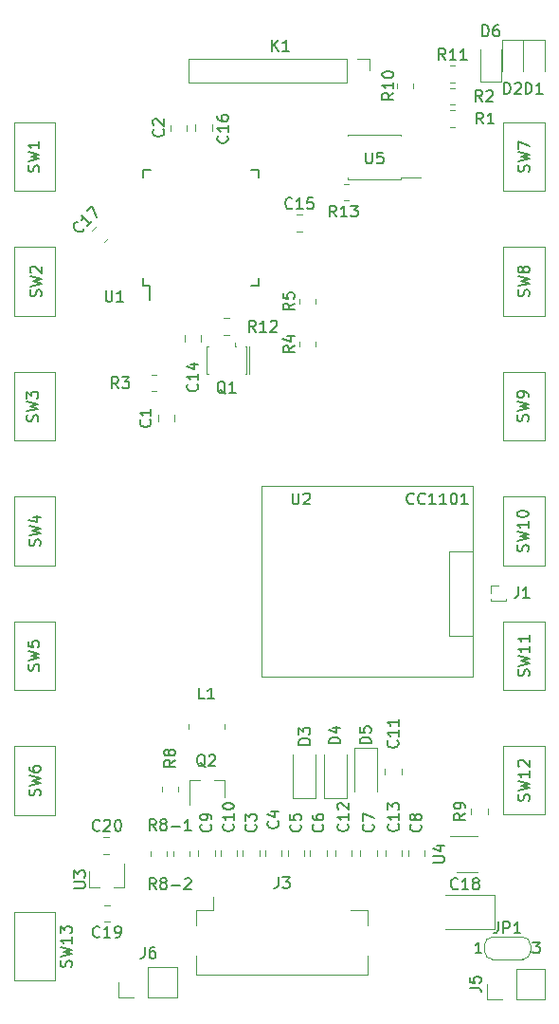
<source format=gbr>
%TF.GenerationSoftware,KiCad,Pcbnew,(5.1.9)-1*%
%TF.CreationDate,2021-02-20T13:35:58+01:00*%
%TF.ProjectId,HB-RC-12-EP-2,48422d52-432d-4313-922d-45502d322e6b,rev?*%
%TF.SameCoordinates,Original*%
%TF.FileFunction,Legend,Top*%
%TF.FilePolarity,Positive*%
%FSLAX46Y46*%
G04 Gerber Fmt 4.6, Leading zero omitted, Abs format (unit mm)*
G04 Created by KiCad (PCBNEW (5.1.9)-1) date 2021-02-20 13:35:58*
%MOMM*%
%LPD*%
G01*
G04 APERTURE LIST*
%ADD10C,0.120000*%
%ADD11C,0.150000*%
%ADD12C,0.101600*%
%ADD13C,0.099060*%
G04 APERTURE END LIST*
D10*
%TO.C,R10*%
X135985000Y-77522936D02*
X135985000Y-77977064D01*
X134515000Y-77522936D02*
X134515000Y-77977064D01*
%TO.C,K1*%
X132060000Y-75340000D02*
X132060000Y-76400000D01*
X131000000Y-75340000D02*
X132060000Y-75340000D01*
X130000000Y-75340000D02*
X130000000Y-77460000D01*
X130000000Y-77460000D02*
X115940000Y-77460000D01*
X130000000Y-75340000D02*
X115940000Y-75340000D01*
X115940000Y-75340000D02*
X115940000Y-77460000D01*
%TO.C,JP1*%
X143000000Y-153700000D02*
X145800000Y-153700000D01*
X146450000Y-154400000D02*
X146450000Y-155000000D01*
X145800000Y-155700000D02*
X143000000Y-155700000D01*
X142350000Y-155000000D02*
X142350000Y-154400000D01*
X142350000Y-154400000D02*
G75*
G02*
X143050000Y-153700000I700000J0D01*
G01*
X143050000Y-155700000D02*
G75*
G02*
X142350000Y-155000000I0J700000D01*
G01*
X146450000Y-155000000D02*
G75*
G02*
X145750000Y-155700000I-700000J0D01*
G01*
X145750000Y-153700000D02*
G75*
G02*
X146450000Y-154400000I0J-700000D01*
G01*
%TO.C,C17*%
X108704457Y-91334990D02*
X108334990Y-91704457D01*
X107665010Y-90295543D02*
X107295543Y-90665010D01*
D11*
%TO.C,U1*%
X111825000Y-95625000D02*
X112400000Y-95625000D01*
X111825000Y-85275000D02*
X112500000Y-85275000D01*
X122175000Y-85275000D02*
X121500000Y-85275000D01*
X122175000Y-95625000D02*
X121500000Y-95625000D01*
X111825000Y-95625000D02*
X111825000Y-94950000D01*
X122175000Y-95625000D02*
X122175000Y-94950000D01*
X122175000Y-85275000D02*
X122175000Y-85950000D01*
X111825000Y-85275000D02*
X111825000Y-85950000D01*
X112400000Y-95625000D02*
X112400000Y-96900000D01*
D10*
%TO.C,R8*%
X113515000Y-140727064D02*
X113515000Y-140272936D01*
X114985000Y-140727064D02*
X114985000Y-140272936D01*
%TO.C,R8-2*%
X112515000Y-146477064D02*
X112515000Y-146022936D01*
X113985000Y-146477064D02*
X113985000Y-146022936D01*
%TO.C,C4*%
X122765000Y-146473752D02*
X122765000Y-145951248D01*
X124235000Y-146473752D02*
X124235000Y-145951248D01*
%TO.C,D5*%
X132750000Y-136850000D02*
X130750000Y-136850000D01*
X130750000Y-136850000D02*
X130750000Y-140750000D01*
X132750000Y-136850000D02*
X132750000Y-140750000D01*
%TO.C,D4*%
X128000000Y-141350000D02*
X130000000Y-141350000D01*
X130000000Y-141350000D02*
X130000000Y-137450000D01*
X128000000Y-141350000D02*
X128000000Y-137450000D01*
%TO.C,J3*%
X118090000Y-151300000D02*
X116600000Y-151300000D01*
X116600000Y-151300000D02*
X116600000Y-152640000D01*
X130410000Y-151300000D02*
X131900000Y-151300000D01*
X131900000Y-151300000D02*
X131900000Y-152640000D01*
X116600000Y-155360000D02*
X116600000Y-157100000D01*
X116600000Y-157100000D02*
X131900000Y-157100000D01*
X131900000Y-157100000D02*
X131900000Y-155360000D01*
X118090000Y-151300000D02*
X118090000Y-150100000D01*
%TO.C,R12*%
X119527064Y-99985000D02*
X119072936Y-99985000D01*
X119527064Y-98515000D02*
X119072936Y-98515000D01*
%TO.C,U5*%
X134900000Y-85950000D02*
X136600000Y-85950000D01*
X130100000Y-82250000D02*
X130100000Y-82100000D01*
X130100000Y-82100000D02*
X134900000Y-82100000D01*
X134900000Y-82100000D02*
X134900000Y-82250000D01*
X134900000Y-85950000D02*
X134900000Y-86100000D01*
X134900000Y-86100000D02*
X130100000Y-86100000D01*
X130100000Y-86100000D02*
X130100000Y-85950000D01*
%TO.C,U4*%
X139900000Y-147910000D02*
X141700000Y-147910000D01*
X141700000Y-144690000D02*
X139250000Y-144690000D01*
%TO.C,U3*%
X107020000Y-149310000D02*
X107950000Y-149310000D01*
X110180000Y-149310000D02*
X109250000Y-149310000D01*
X110180000Y-149310000D02*
X110180000Y-147150000D01*
X107020000Y-149310000D02*
X107020000Y-147850000D01*
D12*
%TO.C,U2*%
X141323000Y-119318000D02*
X139164000Y-119318000D01*
X139164000Y-119318000D02*
X139164000Y-126811000D01*
X139164000Y-126811000D02*
X141323000Y-126811000D01*
D13*
X122400000Y-113500000D02*
X122400000Y-130500000D01*
X122400000Y-130500000D02*
X141300000Y-130500000D01*
X141300000Y-130500000D02*
X141300000Y-113500000D01*
X122400000Y-113500000D02*
X141300000Y-113500000D01*
D10*
%TO.C,SW13*%
X100300000Y-157610000D02*
X100300000Y-151490000D01*
X100300000Y-151490000D02*
X104000000Y-151490000D01*
X104000000Y-151490000D02*
X104000000Y-157610000D01*
X104000000Y-157610000D02*
X100300000Y-157610000D01*
%TO.C,SW12*%
X144000000Y-142790000D02*
X144000000Y-136670000D01*
X144000000Y-136670000D02*
X147700000Y-136670000D01*
X147700000Y-136670000D02*
X147700000Y-142790000D01*
X147700000Y-142790000D02*
X144000000Y-142790000D01*
%TO.C,SW11*%
X147700000Y-125540000D02*
X147700000Y-131660000D01*
X147700000Y-131660000D02*
X144000000Y-131660000D01*
X144000000Y-131660000D02*
X144000000Y-125540000D01*
X144000000Y-125540000D02*
X147700000Y-125540000D01*
%TO.C,SW10*%
X144000000Y-120530000D02*
X144000000Y-114410000D01*
X144000000Y-114410000D02*
X147700000Y-114410000D01*
X147700000Y-114410000D02*
X147700000Y-120530000D01*
X147700000Y-120530000D02*
X144000000Y-120530000D01*
%TO.C,SW9*%
X144000000Y-109400000D02*
X144000000Y-103280000D01*
X144000000Y-103280000D02*
X147700000Y-103280000D01*
X147700000Y-103280000D02*
X147700000Y-109400000D01*
X147700000Y-109400000D02*
X144000000Y-109400000D01*
%TO.C,SW8*%
X144000000Y-98270000D02*
X144000000Y-92150000D01*
X144000000Y-92150000D02*
X147700000Y-92150000D01*
X147700000Y-92150000D02*
X147700000Y-98270000D01*
X147700000Y-98270000D02*
X144000000Y-98270000D01*
%TO.C,SW7*%
X147700000Y-81020000D02*
X147700000Y-87140000D01*
X147700000Y-87140000D02*
X144000000Y-87140000D01*
X144000000Y-87140000D02*
X144000000Y-81020000D01*
X144000000Y-81020000D02*
X147700000Y-81020000D01*
%TO.C,SW6*%
X100300000Y-142810000D02*
X100300000Y-136690000D01*
X100300000Y-136690000D02*
X104000000Y-136690000D01*
X104000000Y-136690000D02*
X104000000Y-142810000D01*
X104000000Y-142810000D02*
X100300000Y-142810000D01*
%TO.C,SW5*%
X100300000Y-131660000D02*
X100300000Y-125540000D01*
X100300000Y-125540000D02*
X104000000Y-125540000D01*
X104000000Y-125540000D02*
X104000000Y-131660000D01*
X104000000Y-131660000D02*
X100300000Y-131660000D01*
%TO.C,SW4*%
X100300000Y-120530000D02*
X100300000Y-114410000D01*
X100300000Y-114410000D02*
X104000000Y-114410000D01*
X104000000Y-114410000D02*
X104000000Y-120530000D01*
X104000000Y-120530000D02*
X100300000Y-120530000D01*
%TO.C,SW3*%
X100300000Y-109400000D02*
X100300000Y-103280000D01*
X100300000Y-103280000D02*
X104000000Y-103280000D01*
X104000000Y-103280000D02*
X104000000Y-109400000D01*
X104000000Y-109400000D02*
X100300000Y-109400000D01*
%TO.C,SW2*%
X100300000Y-98270000D02*
X100300000Y-92150000D01*
X100300000Y-92150000D02*
X104000000Y-92150000D01*
X104000000Y-92150000D02*
X104000000Y-98270000D01*
X104000000Y-98270000D02*
X100300000Y-98270000D01*
%TO.C,SW1*%
X100300000Y-87140000D02*
X100300000Y-81020000D01*
X100300000Y-81020000D02*
X104000000Y-81020000D01*
X104000000Y-81020000D02*
X104000000Y-87140000D01*
X104000000Y-87140000D02*
X100300000Y-87140000D01*
%TO.C,R8-1*%
X114515000Y-146477064D02*
X114515000Y-146022936D01*
X115985000Y-146477064D02*
X115985000Y-146022936D01*
%TO.C,R13*%
X130227064Y-87985000D02*
X129772936Y-87985000D01*
X130227064Y-86515000D02*
X129772936Y-86515000D01*
%TO.C,R11*%
X139272936Y-75965000D02*
X139727064Y-75965000D01*
X139272936Y-77435000D02*
X139727064Y-77435000D01*
%TO.C,R9*%
X141165000Y-142727064D02*
X141165000Y-142272936D01*
X142635000Y-142727064D02*
X142635000Y-142272936D01*
%TO.C,R5*%
X125765000Y-97227064D02*
X125765000Y-96772936D01*
X127235000Y-97227064D02*
X127235000Y-96772936D01*
%TO.C,R4*%
X125765000Y-101027064D02*
X125765000Y-100572936D01*
X127235000Y-101027064D02*
X127235000Y-100572936D01*
%TO.C,R3*%
X112572936Y-103565000D02*
X113027064Y-103565000D01*
X112572936Y-105035000D02*
X113027064Y-105035000D01*
%TO.C,R2*%
X139272936Y-77965000D02*
X139727064Y-77965000D01*
X139272936Y-79435000D02*
X139727064Y-79435000D01*
%TO.C,R1*%
X139272936Y-79965000D02*
X139727064Y-79965000D01*
X139272936Y-81435000D02*
X139727064Y-81435000D01*
%TO.C,Q2*%
X119130000Y-139740000D02*
X118200000Y-139740000D01*
X115970000Y-139740000D02*
X116900000Y-139740000D01*
X115970000Y-139740000D02*
X115970000Y-141900000D01*
X119130000Y-139740000D02*
X119130000Y-141200000D01*
%TO.C,Q1*%
X117500000Y-103450000D02*
X117500000Y-101450000D01*
X121100000Y-101450000D02*
X121100000Y-103450000D01*
X120050000Y-101050000D02*
X120050000Y-100650000D01*
X121300000Y-103450000D02*
X121300000Y-101450000D01*
X117500000Y-101450000D02*
X117500000Y-101050000D01*
X121100000Y-101450000D02*
X121100000Y-101050000D01*
X121300000Y-101450000D02*
X121300000Y-101050000D01*
X121100000Y-103450000D02*
X120950000Y-103450000D01*
X121100000Y-101050000D02*
X120950000Y-101050000D01*
X120050000Y-101050000D02*
X120100000Y-101050000D01*
X117500000Y-101050000D02*
X117650000Y-101050000D01*
X117500000Y-103450000D02*
X117650000Y-103450000D01*
%TO.C,L1*%
X119100000Y-134750000D02*
X119100000Y-135150000D01*
X115900000Y-134750000D02*
X115900000Y-135150000D01*
%TO.C,J6*%
X114870000Y-159080000D02*
X114870000Y-156420000D01*
X112270000Y-159080000D02*
X114870000Y-159080000D01*
X112270000Y-156420000D02*
X114870000Y-156420000D01*
X112270000Y-159080000D02*
X112270000Y-156420000D01*
X111000000Y-159080000D02*
X109670000Y-159080000D01*
X109670000Y-159080000D02*
X109670000Y-157750000D01*
%TO.C,J5*%
X147770000Y-159230000D02*
X147770000Y-156570000D01*
X145170000Y-159230000D02*
X147770000Y-159230000D01*
X145170000Y-156570000D02*
X147770000Y-156570000D01*
X145170000Y-159230000D02*
X145170000Y-156570000D01*
X143900000Y-159230000D02*
X142570000Y-159230000D01*
X142570000Y-159230000D02*
X142570000Y-157900000D01*
%TO.C,J1*%
X142905000Y-123685000D02*
X144295000Y-123685000D01*
X142905000Y-123685000D02*
X142905000Y-123560000D01*
X144295000Y-123685000D02*
X144295000Y-123560000D01*
X142905000Y-123685000D02*
X142991724Y-123685000D01*
X144208276Y-123685000D02*
X144295000Y-123685000D01*
X142905000Y-123000000D02*
X142905000Y-122315000D01*
X142905000Y-122315000D02*
X143600000Y-122315000D01*
%TO.C,D6*%
X141940000Y-74500000D02*
X141940000Y-77360000D01*
X141940000Y-77360000D02*
X143860000Y-77360000D01*
X143860000Y-77360000D02*
X143860000Y-74500000D01*
%TO.C,D3*%
X125250000Y-141350000D02*
X127250000Y-141350000D01*
X127250000Y-141350000D02*
X127250000Y-137450000D01*
X125250000Y-141350000D02*
X125250000Y-137450000D01*
%TO.C,D2*%
X145810000Y-76500000D02*
X145810000Y-73640000D01*
X145810000Y-73640000D02*
X143890000Y-73640000D01*
X143890000Y-73640000D02*
X143890000Y-76500000D01*
%TO.C,D1*%
X147710000Y-76495000D02*
X147710000Y-73635000D01*
X147710000Y-73635000D02*
X145790000Y-73635000D01*
X145790000Y-73635000D02*
X145790000Y-76495000D01*
%TO.C,C20*%
X108301248Y-144815000D02*
X108823752Y-144815000D01*
X108301248Y-146285000D02*
X108823752Y-146285000D01*
%TO.C,C19*%
X108898752Y-152335000D02*
X108376248Y-152335000D01*
X108898752Y-150865000D02*
X108376248Y-150865000D01*
%TO.C,C18*%
X138850000Y-153010000D02*
X143235000Y-153010000D01*
X143235000Y-153010000D02*
X143235000Y-149990000D01*
X143235000Y-149990000D02*
X138850000Y-149990000D01*
%TO.C,C16*%
X116515000Y-81761252D02*
X116515000Y-81238748D01*
X117985000Y-81761252D02*
X117985000Y-81238748D01*
%TO.C,C15*%
X125538748Y-89265000D02*
X126061252Y-89265000D01*
X125538748Y-90735000D02*
X126061252Y-90735000D01*
%TO.C,C14*%
X117035000Y-100026248D02*
X117035000Y-100548752D01*
X115565000Y-100026248D02*
X115565000Y-100548752D01*
%TO.C,C13*%
X134985000Y-145951248D02*
X134985000Y-146473752D01*
X133515000Y-145951248D02*
X133515000Y-146473752D01*
%TO.C,C12*%
X129015000Y-146473752D02*
X129015000Y-145951248D01*
X130485000Y-146473752D02*
X130485000Y-145951248D01*
%TO.C,C11*%
X133465000Y-139198752D02*
X133465000Y-138676248D01*
X134935000Y-139198752D02*
X134935000Y-138676248D01*
%TO.C,C10*%
X118765000Y-146473752D02*
X118765000Y-145951248D01*
X120235000Y-146473752D02*
X120235000Y-145951248D01*
%TO.C,C9*%
X116765000Y-146473752D02*
X116765000Y-145951248D01*
X118235000Y-146473752D02*
X118235000Y-145951248D01*
%TO.C,C8*%
X135515000Y-146473752D02*
X135515000Y-145951248D01*
X136985000Y-146473752D02*
X136985000Y-145951248D01*
%TO.C,C7*%
X131265000Y-146473752D02*
X131265000Y-145951248D01*
X132735000Y-146473752D02*
X132735000Y-145951248D01*
%TO.C,C6*%
X126765000Y-146473752D02*
X126765000Y-145951248D01*
X128235000Y-146473752D02*
X128235000Y-145951248D01*
%TO.C,C5*%
X124765000Y-146473752D02*
X124765000Y-145951248D01*
X126235000Y-146473752D02*
X126235000Y-145951248D01*
%TO.C,C3*%
X120765000Y-146473752D02*
X120765000Y-145951248D01*
X122235000Y-146473752D02*
X122235000Y-145951248D01*
%TO.C,C2*%
X114265000Y-81798752D02*
X114265000Y-81276248D01*
X115735000Y-81798752D02*
X115735000Y-81276248D01*
%TO.C,C1*%
X114635000Y-107138748D02*
X114635000Y-107661252D01*
X113165000Y-107138748D02*
X113165000Y-107661252D01*
%TO.C,R10*%
D11*
X134202380Y-78392857D02*
X133726190Y-78726190D01*
X134202380Y-78964285D02*
X133202380Y-78964285D01*
X133202380Y-78583333D01*
X133250000Y-78488095D01*
X133297619Y-78440476D01*
X133392857Y-78392857D01*
X133535714Y-78392857D01*
X133630952Y-78440476D01*
X133678571Y-78488095D01*
X133726190Y-78583333D01*
X133726190Y-78964285D01*
X134202380Y-77440476D02*
X134202380Y-78011904D01*
X134202380Y-77726190D02*
X133202380Y-77726190D01*
X133345238Y-77821428D01*
X133440476Y-77916666D01*
X133488095Y-78011904D01*
X133202380Y-76821428D02*
X133202380Y-76726190D01*
X133250000Y-76630952D01*
X133297619Y-76583333D01*
X133392857Y-76535714D01*
X133583333Y-76488095D01*
X133821428Y-76488095D01*
X134011904Y-76535714D01*
X134107142Y-76583333D01*
X134154761Y-76630952D01*
X134202380Y-76726190D01*
X134202380Y-76821428D01*
X134154761Y-76916666D01*
X134107142Y-76964285D01*
X134011904Y-77011904D01*
X133821428Y-77059523D01*
X133583333Y-77059523D01*
X133392857Y-77011904D01*
X133297619Y-76964285D01*
X133250000Y-76916666D01*
X133202380Y-76821428D01*
%TO.C,K1*%
X123361904Y-74652380D02*
X123361904Y-73652380D01*
X123933333Y-74652380D02*
X123504761Y-74080952D01*
X123933333Y-73652380D02*
X123361904Y-74223809D01*
X124885714Y-74652380D02*
X124314285Y-74652380D01*
X124600000Y-74652380D02*
X124600000Y-73652380D01*
X124504761Y-73795238D01*
X124409523Y-73890476D01*
X124314285Y-73938095D01*
%TO.C,JP1*%
X143566666Y-152352380D02*
X143566666Y-153066666D01*
X143519047Y-153209523D01*
X143423809Y-153304761D01*
X143280952Y-153352380D01*
X143185714Y-153352380D01*
X144042857Y-153352380D02*
X144042857Y-152352380D01*
X144423809Y-152352380D01*
X144519047Y-152400000D01*
X144566666Y-152447619D01*
X144614285Y-152542857D01*
X144614285Y-152685714D01*
X144566666Y-152780952D01*
X144519047Y-152828571D01*
X144423809Y-152876190D01*
X144042857Y-152876190D01*
X145566666Y-153352380D02*
X144995238Y-153352380D01*
X145280952Y-153352380D02*
X145280952Y-152352380D01*
X145185714Y-152495238D01*
X145090476Y-152590476D01*
X144995238Y-152638095D01*
X142085714Y-155152380D02*
X141514285Y-155152380D01*
X141800000Y-155152380D02*
X141800000Y-154152380D01*
X141704761Y-154295238D01*
X141609523Y-154390476D01*
X141514285Y-154438095D01*
X146666666Y-154152380D02*
X147285714Y-154152380D01*
X146952380Y-154533333D01*
X147095238Y-154533333D01*
X147190476Y-154580952D01*
X147238095Y-154628571D01*
X147285714Y-154723809D01*
X147285714Y-154961904D01*
X147238095Y-155057142D01*
X147190476Y-155104761D01*
X147095238Y-155152380D01*
X146809523Y-155152380D01*
X146714285Y-155104761D01*
X146666666Y-155057142D01*
%TO.C,C17*%
X106531592Y-90473483D02*
X106531592Y-90540827D01*
X106464248Y-90675514D01*
X106396905Y-90742857D01*
X106262218Y-90810201D01*
X106127531Y-90810201D01*
X106026516Y-90776529D01*
X105858157Y-90675514D01*
X105757142Y-90574499D01*
X105656126Y-90406140D01*
X105622455Y-90305125D01*
X105622455Y-90170438D01*
X105689798Y-90035751D01*
X105757142Y-89968407D01*
X105891829Y-89901064D01*
X105959172Y-89901064D01*
X107272371Y-89867392D02*
X106868310Y-90271453D01*
X107070340Y-90069422D02*
X106363233Y-89362315D01*
X106396905Y-89530674D01*
X106396905Y-89665361D01*
X106363233Y-89766377D01*
X106800966Y-88924583D02*
X107272371Y-88453178D01*
X107676432Y-89463331D01*
%TO.C,U1*%
X108503067Y-96023700D02*
X108503067Y-96833224D01*
X108550686Y-96928462D01*
X108598305Y-96976081D01*
X108693543Y-97023700D01*
X108884019Y-97023700D01*
X108979257Y-96976081D01*
X109026876Y-96928462D01*
X109074495Y-96833224D01*
X109074495Y-96023700D01*
X110074495Y-97023700D02*
X109503067Y-97023700D01*
X109788781Y-97023700D02*
X109788781Y-96023700D01*
X109693543Y-96166558D01*
X109598305Y-96261796D01*
X109503067Y-96309415D01*
%TO.C,R8*%
X114702380Y-137916666D02*
X114226190Y-138250000D01*
X114702380Y-138488095D02*
X113702380Y-138488095D01*
X113702380Y-138107142D01*
X113750000Y-138011904D01*
X113797619Y-137964285D01*
X113892857Y-137916666D01*
X114035714Y-137916666D01*
X114130952Y-137964285D01*
X114178571Y-138011904D01*
X114226190Y-138107142D01*
X114226190Y-138488095D01*
X114130952Y-137345238D02*
X114083333Y-137440476D01*
X114035714Y-137488095D01*
X113940476Y-137535714D01*
X113892857Y-137535714D01*
X113797619Y-137488095D01*
X113750000Y-137440476D01*
X113702380Y-137345238D01*
X113702380Y-137154761D01*
X113750000Y-137059523D01*
X113797619Y-137011904D01*
X113892857Y-136964285D01*
X113940476Y-136964285D01*
X114035714Y-137011904D01*
X114083333Y-137059523D01*
X114130952Y-137154761D01*
X114130952Y-137345238D01*
X114178571Y-137440476D01*
X114226190Y-137488095D01*
X114321428Y-137535714D01*
X114511904Y-137535714D01*
X114607142Y-137488095D01*
X114654761Y-137440476D01*
X114702380Y-137345238D01*
X114702380Y-137154761D01*
X114654761Y-137059523D01*
X114607142Y-137011904D01*
X114511904Y-136964285D01*
X114321428Y-136964285D01*
X114226190Y-137011904D01*
X114178571Y-137059523D01*
X114130952Y-137154761D01*
%TO.C,R8-2*%
X112988095Y-149452380D02*
X112654761Y-148976190D01*
X112416666Y-149452380D02*
X112416666Y-148452380D01*
X112797619Y-148452380D01*
X112892857Y-148500000D01*
X112940476Y-148547619D01*
X112988095Y-148642857D01*
X112988095Y-148785714D01*
X112940476Y-148880952D01*
X112892857Y-148928571D01*
X112797619Y-148976190D01*
X112416666Y-148976190D01*
X113559523Y-148880952D02*
X113464285Y-148833333D01*
X113416666Y-148785714D01*
X113369047Y-148690476D01*
X113369047Y-148642857D01*
X113416666Y-148547619D01*
X113464285Y-148500000D01*
X113559523Y-148452380D01*
X113750000Y-148452380D01*
X113845238Y-148500000D01*
X113892857Y-148547619D01*
X113940476Y-148642857D01*
X113940476Y-148690476D01*
X113892857Y-148785714D01*
X113845238Y-148833333D01*
X113750000Y-148880952D01*
X113559523Y-148880952D01*
X113464285Y-148928571D01*
X113416666Y-148976190D01*
X113369047Y-149071428D01*
X113369047Y-149261904D01*
X113416666Y-149357142D01*
X113464285Y-149404761D01*
X113559523Y-149452380D01*
X113750000Y-149452380D01*
X113845238Y-149404761D01*
X113892857Y-149357142D01*
X113940476Y-149261904D01*
X113940476Y-149071428D01*
X113892857Y-148976190D01*
X113845238Y-148928571D01*
X113750000Y-148880952D01*
X114369047Y-149071428D02*
X115130952Y-149071428D01*
X115559523Y-148547619D02*
X115607142Y-148500000D01*
X115702380Y-148452380D01*
X115940476Y-148452380D01*
X116035714Y-148500000D01*
X116083333Y-148547619D01*
X116130952Y-148642857D01*
X116130952Y-148738095D01*
X116083333Y-148880952D01*
X115511904Y-149452380D01*
X116130952Y-149452380D01*
%TO.C,C4*%
X123857142Y-143379166D02*
X123904761Y-143426785D01*
X123952380Y-143569642D01*
X123952380Y-143664880D01*
X123904761Y-143807738D01*
X123809523Y-143902976D01*
X123714285Y-143950595D01*
X123523809Y-143998214D01*
X123380952Y-143998214D01*
X123190476Y-143950595D01*
X123095238Y-143902976D01*
X123000000Y-143807738D01*
X122952380Y-143664880D01*
X122952380Y-143569642D01*
X123000000Y-143426785D01*
X123047619Y-143379166D01*
X123285714Y-142522023D02*
X123952380Y-142522023D01*
X122904761Y-142760119D02*
X123619047Y-142998214D01*
X123619047Y-142379166D01*
%TO.C,D5*%
X132202380Y-136438095D02*
X131202380Y-136438095D01*
X131202380Y-136200000D01*
X131250000Y-136057142D01*
X131345238Y-135961904D01*
X131440476Y-135914285D01*
X131630952Y-135866666D01*
X131773809Y-135866666D01*
X131964285Y-135914285D01*
X132059523Y-135961904D01*
X132154761Y-136057142D01*
X132202380Y-136200000D01*
X132202380Y-136438095D01*
X131202380Y-134961904D02*
X131202380Y-135438095D01*
X131678571Y-135485714D01*
X131630952Y-135438095D01*
X131583333Y-135342857D01*
X131583333Y-135104761D01*
X131630952Y-135009523D01*
X131678571Y-134961904D01*
X131773809Y-134914285D01*
X132011904Y-134914285D01*
X132107142Y-134961904D01*
X132154761Y-135009523D01*
X132202380Y-135104761D01*
X132202380Y-135342857D01*
X132154761Y-135438095D01*
X132107142Y-135485714D01*
%TO.C,D4*%
X129452380Y-136438095D02*
X128452380Y-136438095D01*
X128452380Y-136200000D01*
X128500000Y-136057142D01*
X128595238Y-135961904D01*
X128690476Y-135914285D01*
X128880952Y-135866666D01*
X129023809Y-135866666D01*
X129214285Y-135914285D01*
X129309523Y-135961904D01*
X129404761Y-136057142D01*
X129452380Y-136200000D01*
X129452380Y-136438095D01*
X128785714Y-135009523D02*
X129452380Y-135009523D01*
X128404761Y-135247619D02*
X129119047Y-135485714D01*
X129119047Y-134866666D01*
%TO.C,J3*%
X123916666Y-148352380D02*
X123916666Y-149066666D01*
X123869047Y-149209523D01*
X123773809Y-149304761D01*
X123630952Y-149352380D01*
X123535714Y-149352380D01*
X124297619Y-148352380D02*
X124916666Y-148352380D01*
X124583333Y-148733333D01*
X124726190Y-148733333D01*
X124821428Y-148780952D01*
X124869047Y-148828571D01*
X124916666Y-148923809D01*
X124916666Y-149161904D01*
X124869047Y-149257142D01*
X124821428Y-149304761D01*
X124726190Y-149352380D01*
X124440476Y-149352380D01*
X124345238Y-149304761D01*
X124297619Y-149257142D01*
%TO.C,R12*%
X121907142Y-99702380D02*
X121573809Y-99226190D01*
X121335714Y-99702380D02*
X121335714Y-98702380D01*
X121716666Y-98702380D01*
X121811904Y-98750000D01*
X121859523Y-98797619D01*
X121907142Y-98892857D01*
X121907142Y-99035714D01*
X121859523Y-99130952D01*
X121811904Y-99178571D01*
X121716666Y-99226190D01*
X121335714Y-99226190D01*
X122859523Y-99702380D02*
X122288095Y-99702380D01*
X122573809Y-99702380D02*
X122573809Y-98702380D01*
X122478571Y-98845238D01*
X122383333Y-98940476D01*
X122288095Y-98988095D01*
X123240476Y-98797619D02*
X123288095Y-98750000D01*
X123383333Y-98702380D01*
X123621428Y-98702380D01*
X123716666Y-98750000D01*
X123764285Y-98797619D01*
X123811904Y-98892857D01*
X123811904Y-98988095D01*
X123764285Y-99130952D01*
X123192857Y-99702380D01*
X123811904Y-99702380D01*
%TO.C,U5*%
X131738095Y-83702380D02*
X131738095Y-84511904D01*
X131785714Y-84607142D01*
X131833333Y-84654761D01*
X131928571Y-84702380D01*
X132119047Y-84702380D01*
X132214285Y-84654761D01*
X132261904Y-84607142D01*
X132309523Y-84511904D01*
X132309523Y-83702380D01*
X133261904Y-83702380D02*
X132785714Y-83702380D01*
X132738095Y-84178571D01*
X132785714Y-84130952D01*
X132880952Y-84083333D01*
X133119047Y-84083333D01*
X133214285Y-84130952D01*
X133261904Y-84178571D01*
X133309523Y-84273809D01*
X133309523Y-84511904D01*
X133261904Y-84607142D01*
X133214285Y-84654761D01*
X133119047Y-84702380D01*
X132880952Y-84702380D01*
X132785714Y-84654761D01*
X132738095Y-84607142D01*
%TO.C,U4*%
X137752380Y-147061904D02*
X138561904Y-147061904D01*
X138657142Y-147014285D01*
X138704761Y-146966666D01*
X138752380Y-146871428D01*
X138752380Y-146680952D01*
X138704761Y-146585714D01*
X138657142Y-146538095D01*
X138561904Y-146490476D01*
X137752380Y-146490476D01*
X138085714Y-145585714D02*
X138752380Y-145585714D01*
X137704761Y-145823809D02*
X138419047Y-146061904D01*
X138419047Y-145442857D01*
%TO.C,U3*%
X105652380Y-149361904D02*
X106461904Y-149361904D01*
X106557142Y-149314285D01*
X106604761Y-149266666D01*
X106652380Y-149171428D01*
X106652380Y-148980952D01*
X106604761Y-148885714D01*
X106557142Y-148838095D01*
X106461904Y-148790476D01*
X105652380Y-148790476D01*
X105652380Y-148409523D02*
X105652380Y-147790476D01*
X106033333Y-148123809D01*
X106033333Y-147980952D01*
X106080952Y-147885714D01*
X106128571Y-147838095D01*
X106223809Y-147790476D01*
X106461904Y-147790476D01*
X106557142Y-147838095D01*
X106604761Y-147885714D01*
X106652380Y-147980952D01*
X106652380Y-148266666D01*
X106604761Y-148361904D01*
X106557142Y-148409523D01*
%TO.C,U2*%
X125171095Y-114110380D02*
X125171095Y-114919904D01*
X125218714Y-115015142D01*
X125266333Y-115062761D01*
X125361571Y-115110380D01*
X125552047Y-115110380D01*
X125647285Y-115062761D01*
X125694904Y-115015142D01*
X125742523Y-114919904D01*
X125742523Y-114110380D01*
X126171095Y-114205619D02*
X126218714Y-114158000D01*
X126313952Y-114110380D01*
X126552047Y-114110380D01*
X126647285Y-114158000D01*
X126694904Y-114205619D01*
X126742523Y-114300857D01*
X126742523Y-114396095D01*
X126694904Y-114538952D01*
X126123476Y-115110380D01*
X126742523Y-115110380D01*
X136029761Y-115015142D02*
X135982142Y-115062761D01*
X135839285Y-115110380D01*
X135744047Y-115110380D01*
X135601190Y-115062761D01*
X135505952Y-114967523D01*
X135458333Y-114872285D01*
X135410714Y-114681809D01*
X135410714Y-114538952D01*
X135458333Y-114348476D01*
X135505952Y-114253238D01*
X135601190Y-114158000D01*
X135744047Y-114110380D01*
X135839285Y-114110380D01*
X135982142Y-114158000D01*
X136029761Y-114205619D01*
X137029761Y-115015142D02*
X136982142Y-115062761D01*
X136839285Y-115110380D01*
X136744047Y-115110380D01*
X136601190Y-115062761D01*
X136505952Y-114967523D01*
X136458333Y-114872285D01*
X136410714Y-114681809D01*
X136410714Y-114538952D01*
X136458333Y-114348476D01*
X136505952Y-114253238D01*
X136601190Y-114158000D01*
X136744047Y-114110380D01*
X136839285Y-114110380D01*
X136982142Y-114158000D01*
X137029761Y-114205619D01*
X137982142Y-115110380D02*
X137410714Y-115110380D01*
X137696428Y-115110380D02*
X137696428Y-114110380D01*
X137601190Y-114253238D01*
X137505952Y-114348476D01*
X137410714Y-114396095D01*
X138934523Y-115110380D02*
X138363095Y-115110380D01*
X138648809Y-115110380D02*
X138648809Y-114110380D01*
X138553571Y-114253238D01*
X138458333Y-114348476D01*
X138363095Y-114396095D01*
X139553571Y-114110380D02*
X139648809Y-114110380D01*
X139744047Y-114158000D01*
X139791666Y-114205619D01*
X139839285Y-114300857D01*
X139886904Y-114491333D01*
X139886904Y-114729428D01*
X139839285Y-114919904D01*
X139791666Y-115015142D01*
X139744047Y-115062761D01*
X139648809Y-115110380D01*
X139553571Y-115110380D01*
X139458333Y-115062761D01*
X139410714Y-115015142D01*
X139363095Y-114919904D01*
X139315476Y-114729428D01*
X139315476Y-114491333D01*
X139363095Y-114300857D01*
X139410714Y-114205619D01*
X139458333Y-114158000D01*
X139553571Y-114110380D01*
X140839285Y-115110380D02*
X140267857Y-115110380D01*
X140553571Y-115110380D02*
X140553571Y-114110380D01*
X140458333Y-114253238D01*
X140363095Y-114348476D01*
X140267857Y-114396095D01*
%TO.C,SW13*%
X105404761Y-156359523D02*
X105452380Y-156216666D01*
X105452380Y-155978571D01*
X105404761Y-155883333D01*
X105357142Y-155835714D01*
X105261904Y-155788095D01*
X105166666Y-155788095D01*
X105071428Y-155835714D01*
X105023809Y-155883333D01*
X104976190Y-155978571D01*
X104928571Y-156169047D01*
X104880952Y-156264285D01*
X104833333Y-156311904D01*
X104738095Y-156359523D01*
X104642857Y-156359523D01*
X104547619Y-156311904D01*
X104500000Y-156264285D01*
X104452380Y-156169047D01*
X104452380Y-155930952D01*
X104500000Y-155788095D01*
X104452380Y-155454761D02*
X105452380Y-155216666D01*
X104738095Y-155026190D01*
X105452380Y-154835714D01*
X104452380Y-154597619D01*
X105452380Y-153692857D02*
X105452380Y-154264285D01*
X105452380Y-153978571D02*
X104452380Y-153978571D01*
X104595238Y-154073809D01*
X104690476Y-154169047D01*
X104738095Y-154264285D01*
X104452380Y-153359523D02*
X104452380Y-152740476D01*
X104833333Y-153073809D01*
X104833333Y-152930952D01*
X104880952Y-152835714D01*
X104928571Y-152788095D01*
X105023809Y-152740476D01*
X105261904Y-152740476D01*
X105357142Y-152788095D01*
X105404761Y-152835714D01*
X105452380Y-152930952D01*
X105452380Y-153216666D01*
X105404761Y-153311904D01*
X105357142Y-153359523D01*
%TO.C,SW12*%
X146304761Y-141539523D02*
X146352380Y-141396666D01*
X146352380Y-141158571D01*
X146304761Y-141063333D01*
X146257142Y-141015714D01*
X146161904Y-140968095D01*
X146066666Y-140968095D01*
X145971428Y-141015714D01*
X145923809Y-141063333D01*
X145876190Y-141158571D01*
X145828571Y-141349047D01*
X145780952Y-141444285D01*
X145733333Y-141491904D01*
X145638095Y-141539523D01*
X145542857Y-141539523D01*
X145447619Y-141491904D01*
X145400000Y-141444285D01*
X145352380Y-141349047D01*
X145352380Y-141110952D01*
X145400000Y-140968095D01*
X145352380Y-140634761D02*
X146352380Y-140396666D01*
X145638095Y-140206190D01*
X146352380Y-140015714D01*
X145352380Y-139777619D01*
X146352380Y-138872857D02*
X146352380Y-139444285D01*
X146352380Y-139158571D02*
X145352380Y-139158571D01*
X145495238Y-139253809D01*
X145590476Y-139349047D01*
X145638095Y-139444285D01*
X145447619Y-138491904D02*
X145400000Y-138444285D01*
X145352380Y-138349047D01*
X145352380Y-138110952D01*
X145400000Y-138015714D01*
X145447619Y-137968095D01*
X145542857Y-137920476D01*
X145638095Y-137920476D01*
X145780952Y-137968095D01*
X146352380Y-138539523D01*
X146352380Y-137920476D01*
%TO.C,SW11*%
X146304761Y-130409523D02*
X146352380Y-130266666D01*
X146352380Y-130028571D01*
X146304761Y-129933333D01*
X146257142Y-129885714D01*
X146161904Y-129838095D01*
X146066666Y-129838095D01*
X145971428Y-129885714D01*
X145923809Y-129933333D01*
X145876190Y-130028571D01*
X145828571Y-130219047D01*
X145780952Y-130314285D01*
X145733333Y-130361904D01*
X145638095Y-130409523D01*
X145542857Y-130409523D01*
X145447619Y-130361904D01*
X145400000Y-130314285D01*
X145352380Y-130219047D01*
X145352380Y-129980952D01*
X145400000Y-129838095D01*
X145352380Y-129504761D02*
X146352380Y-129266666D01*
X145638095Y-129076190D01*
X146352380Y-128885714D01*
X145352380Y-128647619D01*
X146352380Y-127742857D02*
X146352380Y-128314285D01*
X146352380Y-128028571D02*
X145352380Y-128028571D01*
X145495238Y-128123809D01*
X145590476Y-128219047D01*
X145638095Y-128314285D01*
X146352380Y-126790476D02*
X146352380Y-127361904D01*
X146352380Y-127076190D02*
X145352380Y-127076190D01*
X145495238Y-127171428D01*
X145590476Y-127266666D01*
X145638095Y-127361904D01*
%TO.C,SW10*%
X146204761Y-119279523D02*
X146252380Y-119136666D01*
X146252380Y-118898571D01*
X146204761Y-118803333D01*
X146157142Y-118755714D01*
X146061904Y-118708095D01*
X145966666Y-118708095D01*
X145871428Y-118755714D01*
X145823809Y-118803333D01*
X145776190Y-118898571D01*
X145728571Y-119089047D01*
X145680952Y-119184285D01*
X145633333Y-119231904D01*
X145538095Y-119279523D01*
X145442857Y-119279523D01*
X145347619Y-119231904D01*
X145300000Y-119184285D01*
X145252380Y-119089047D01*
X145252380Y-118850952D01*
X145300000Y-118708095D01*
X145252380Y-118374761D02*
X146252380Y-118136666D01*
X145538095Y-117946190D01*
X146252380Y-117755714D01*
X145252380Y-117517619D01*
X146252380Y-116612857D02*
X146252380Y-117184285D01*
X146252380Y-116898571D02*
X145252380Y-116898571D01*
X145395238Y-116993809D01*
X145490476Y-117089047D01*
X145538095Y-117184285D01*
X145252380Y-115993809D02*
X145252380Y-115898571D01*
X145300000Y-115803333D01*
X145347619Y-115755714D01*
X145442857Y-115708095D01*
X145633333Y-115660476D01*
X145871428Y-115660476D01*
X146061904Y-115708095D01*
X146157142Y-115755714D01*
X146204761Y-115803333D01*
X146252380Y-115898571D01*
X146252380Y-115993809D01*
X146204761Y-116089047D01*
X146157142Y-116136666D01*
X146061904Y-116184285D01*
X145871428Y-116231904D01*
X145633333Y-116231904D01*
X145442857Y-116184285D01*
X145347619Y-116136666D01*
X145300000Y-116089047D01*
X145252380Y-115993809D01*
%TO.C,SW9*%
X146204761Y-107673333D02*
X146252380Y-107530476D01*
X146252380Y-107292380D01*
X146204761Y-107197142D01*
X146157142Y-107149523D01*
X146061904Y-107101904D01*
X145966666Y-107101904D01*
X145871428Y-107149523D01*
X145823809Y-107197142D01*
X145776190Y-107292380D01*
X145728571Y-107482857D01*
X145680952Y-107578095D01*
X145633333Y-107625714D01*
X145538095Y-107673333D01*
X145442857Y-107673333D01*
X145347619Y-107625714D01*
X145300000Y-107578095D01*
X145252380Y-107482857D01*
X145252380Y-107244761D01*
X145300000Y-107101904D01*
X145252380Y-106768571D02*
X146252380Y-106530476D01*
X145538095Y-106340000D01*
X146252380Y-106149523D01*
X145252380Y-105911428D01*
X146252380Y-105482857D02*
X146252380Y-105292380D01*
X146204761Y-105197142D01*
X146157142Y-105149523D01*
X146014285Y-105054285D01*
X145823809Y-105006666D01*
X145442857Y-105006666D01*
X145347619Y-105054285D01*
X145300000Y-105101904D01*
X145252380Y-105197142D01*
X145252380Y-105387619D01*
X145300000Y-105482857D01*
X145347619Y-105530476D01*
X145442857Y-105578095D01*
X145680952Y-105578095D01*
X145776190Y-105530476D01*
X145823809Y-105482857D01*
X145871428Y-105387619D01*
X145871428Y-105197142D01*
X145823809Y-105101904D01*
X145776190Y-105054285D01*
X145680952Y-105006666D01*
%TO.C,SW8*%
X146304761Y-96533333D02*
X146352380Y-96390476D01*
X146352380Y-96152380D01*
X146304761Y-96057142D01*
X146257142Y-96009523D01*
X146161904Y-95961904D01*
X146066666Y-95961904D01*
X145971428Y-96009523D01*
X145923809Y-96057142D01*
X145876190Y-96152380D01*
X145828571Y-96342857D01*
X145780952Y-96438095D01*
X145733333Y-96485714D01*
X145638095Y-96533333D01*
X145542857Y-96533333D01*
X145447619Y-96485714D01*
X145400000Y-96438095D01*
X145352380Y-96342857D01*
X145352380Y-96104761D01*
X145400000Y-95961904D01*
X145352380Y-95628571D02*
X146352380Y-95390476D01*
X145638095Y-95200000D01*
X146352380Y-95009523D01*
X145352380Y-94771428D01*
X145780952Y-94247619D02*
X145733333Y-94342857D01*
X145685714Y-94390476D01*
X145590476Y-94438095D01*
X145542857Y-94438095D01*
X145447619Y-94390476D01*
X145400000Y-94342857D01*
X145352380Y-94247619D01*
X145352380Y-94057142D01*
X145400000Y-93961904D01*
X145447619Y-93914285D01*
X145542857Y-93866666D01*
X145590476Y-93866666D01*
X145685714Y-93914285D01*
X145733333Y-93961904D01*
X145780952Y-94057142D01*
X145780952Y-94247619D01*
X145828571Y-94342857D01*
X145876190Y-94390476D01*
X145971428Y-94438095D01*
X146161904Y-94438095D01*
X146257142Y-94390476D01*
X146304761Y-94342857D01*
X146352380Y-94247619D01*
X146352380Y-94057142D01*
X146304761Y-93961904D01*
X146257142Y-93914285D01*
X146161904Y-93866666D01*
X145971428Y-93866666D01*
X145876190Y-93914285D01*
X145828571Y-93961904D01*
X145780952Y-94057142D01*
%TO.C,SW7*%
X146304761Y-85433333D02*
X146352380Y-85290476D01*
X146352380Y-85052380D01*
X146304761Y-84957142D01*
X146257142Y-84909523D01*
X146161904Y-84861904D01*
X146066666Y-84861904D01*
X145971428Y-84909523D01*
X145923809Y-84957142D01*
X145876190Y-85052380D01*
X145828571Y-85242857D01*
X145780952Y-85338095D01*
X145733333Y-85385714D01*
X145638095Y-85433333D01*
X145542857Y-85433333D01*
X145447619Y-85385714D01*
X145400000Y-85338095D01*
X145352380Y-85242857D01*
X145352380Y-85004761D01*
X145400000Y-84861904D01*
X145352380Y-84528571D02*
X146352380Y-84290476D01*
X145638095Y-84100000D01*
X146352380Y-83909523D01*
X145352380Y-83671428D01*
X145352380Y-83385714D02*
X145352380Y-82719047D01*
X146352380Y-83147619D01*
%TO.C,SW6*%
X102604761Y-141083333D02*
X102652380Y-140940476D01*
X102652380Y-140702380D01*
X102604761Y-140607142D01*
X102557142Y-140559523D01*
X102461904Y-140511904D01*
X102366666Y-140511904D01*
X102271428Y-140559523D01*
X102223809Y-140607142D01*
X102176190Y-140702380D01*
X102128571Y-140892857D01*
X102080952Y-140988095D01*
X102033333Y-141035714D01*
X101938095Y-141083333D01*
X101842857Y-141083333D01*
X101747619Y-141035714D01*
X101700000Y-140988095D01*
X101652380Y-140892857D01*
X101652380Y-140654761D01*
X101700000Y-140511904D01*
X101652380Y-140178571D02*
X102652380Y-139940476D01*
X101938095Y-139750000D01*
X102652380Y-139559523D01*
X101652380Y-139321428D01*
X101652380Y-138511904D02*
X101652380Y-138702380D01*
X101700000Y-138797619D01*
X101747619Y-138845238D01*
X101890476Y-138940476D01*
X102080952Y-138988095D01*
X102461904Y-138988095D01*
X102557142Y-138940476D01*
X102604761Y-138892857D01*
X102652380Y-138797619D01*
X102652380Y-138607142D01*
X102604761Y-138511904D01*
X102557142Y-138464285D01*
X102461904Y-138416666D01*
X102223809Y-138416666D01*
X102128571Y-138464285D01*
X102080952Y-138511904D01*
X102033333Y-138607142D01*
X102033333Y-138797619D01*
X102080952Y-138892857D01*
X102128571Y-138940476D01*
X102223809Y-138988095D01*
%TO.C,SW5*%
X102504761Y-129933333D02*
X102552380Y-129790476D01*
X102552380Y-129552380D01*
X102504761Y-129457142D01*
X102457142Y-129409523D01*
X102361904Y-129361904D01*
X102266666Y-129361904D01*
X102171428Y-129409523D01*
X102123809Y-129457142D01*
X102076190Y-129552380D01*
X102028571Y-129742857D01*
X101980952Y-129838095D01*
X101933333Y-129885714D01*
X101838095Y-129933333D01*
X101742857Y-129933333D01*
X101647619Y-129885714D01*
X101600000Y-129838095D01*
X101552380Y-129742857D01*
X101552380Y-129504761D01*
X101600000Y-129361904D01*
X101552380Y-129028571D02*
X102552380Y-128790476D01*
X101838095Y-128600000D01*
X102552380Y-128409523D01*
X101552380Y-128171428D01*
X101552380Y-127314285D02*
X101552380Y-127790476D01*
X102028571Y-127838095D01*
X101980952Y-127790476D01*
X101933333Y-127695238D01*
X101933333Y-127457142D01*
X101980952Y-127361904D01*
X102028571Y-127314285D01*
X102123809Y-127266666D01*
X102361904Y-127266666D01*
X102457142Y-127314285D01*
X102504761Y-127361904D01*
X102552380Y-127457142D01*
X102552380Y-127695238D01*
X102504761Y-127790476D01*
X102457142Y-127838095D01*
%TO.C,SW4*%
X102604761Y-118803333D02*
X102652380Y-118660476D01*
X102652380Y-118422380D01*
X102604761Y-118327142D01*
X102557142Y-118279523D01*
X102461904Y-118231904D01*
X102366666Y-118231904D01*
X102271428Y-118279523D01*
X102223809Y-118327142D01*
X102176190Y-118422380D01*
X102128571Y-118612857D01*
X102080952Y-118708095D01*
X102033333Y-118755714D01*
X101938095Y-118803333D01*
X101842857Y-118803333D01*
X101747619Y-118755714D01*
X101700000Y-118708095D01*
X101652380Y-118612857D01*
X101652380Y-118374761D01*
X101700000Y-118231904D01*
X101652380Y-117898571D02*
X102652380Y-117660476D01*
X101938095Y-117470000D01*
X102652380Y-117279523D01*
X101652380Y-117041428D01*
X101985714Y-116231904D02*
X102652380Y-116231904D01*
X101604761Y-116470000D02*
X102319047Y-116708095D01*
X102319047Y-116089047D01*
%TO.C,SW3*%
X102404761Y-107713333D02*
X102452380Y-107570476D01*
X102452380Y-107332380D01*
X102404761Y-107237142D01*
X102357142Y-107189523D01*
X102261904Y-107141904D01*
X102166666Y-107141904D01*
X102071428Y-107189523D01*
X102023809Y-107237142D01*
X101976190Y-107332380D01*
X101928571Y-107522857D01*
X101880952Y-107618095D01*
X101833333Y-107665714D01*
X101738095Y-107713333D01*
X101642857Y-107713333D01*
X101547619Y-107665714D01*
X101500000Y-107618095D01*
X101452380Y-107522857D01*
X101452380Y-107284761D01*
X101500000Y-107141904D01*
X101452380Y-106808571D02*
X102452380Y-106570476D01*
X101738095Y-106380000D01*
X102452380Y-106189523D01*
X101452380Y-105951428D01*
X101452380Y-105665714D02*
X101452380Y-105046666D01*
X101833333Y-105380000D01*
X101833333Y-105237142D01*
X101880952Y-105141904D01*
X101928571Y-105094285D01*
X102023809Y-105046666D01*
X102261904Y-105046666D01*
X102357142Y-105094285D01*
X102404761Y-105141904D01*
X102452380Y-105237142D01*
X102452380Y-105522857D01*
X102404761Y-105618095D01*
X102357142Y-105665714D01*
%TO.C,SW2*%
X102704761Y-96543333D02*
X102752380Y-96400476D01*
X102752380Y-96162380D01*
X102704761Y-96067142D01*
X102657142Y-96019523D01*
X102561904Y-95971904D01*
X102466666Y-95971904D01*
X102371428Y-96019523D01*
X102323809Y-96067142D01*
X102276190Y-96162380D01*
X102228571Y-96352857D01*
X102180952Y-96448095D01*
X102133333Y-96495714D01*
X102038095Y-96543333D01*
X101942857Y-96543333D01*
X101847619Y-96495714D01*
X101800000Y-96448095D01*
X101752380Y-96352857D01*
X101752380Y-96114761D01*
X101800000Y-95971904D01*
X101752380Y-95638571D02*
X102752380Y-95400476D01*
X102038095Y-95210000D01*
X102752380Y-95019523D01*
X101752380Y-94781428D01*
X101847619Y-94448095D02*
X101800000Y-94400476D01*
X101752380Y-94305238D01*
X101752380Y-94067142D01*
X101800000Y-93971904D01*
X101847619Y-93924285D01*
X101942857Y-93876666D01*
X102038095Y-93876666D01*
X102180952Y-93924285D01*
X102752380Y-94495714D01*
X102752380Y-93876666D01*
%TO.C,SW1*%
X102504761Y-85413333D02*
X102552380Y-85270476D01*
X102552380Y-85032380D01*
X102504761Y-84937142D01*
X102457142Y-84889523D01*
X102361904Y-84841904D01*
X102266666Y-84841904D01*
X102171428Y-84889523D01*
X102123809Y-84937142D01*
X102076190Y-85032380D01*
X102028571Y-85222857D01*
X101980952Y-85318095D01*
X101933333Y-85365714D01*
X101838095Y-85413333D01*
X101742857Y-85413333D01*
X101647619Y-85365714D01*
X101600000Y-85318095D01*
X101552380Y-85222857D01*
X101552380Y-84984761D01*
X101600000Y-84841904D01*
X101552380Y-84508571D02*
X102552380Y-84270476D01*
X101838095Y-84080000D01*
X102552380Y-83889523D01*
X101552380Y-83651428D01*
X102552380Y-82746666D02*
X102552380Y-83318095D01*
X102552380Y-83032380D02*
X101552380Y-83032380D01*
X101695238Y-83127619D01*
X101790476Y-83222857D01*
X101838095Y-83318095D01*
%TO.C,R8-1*%
X112988095Y-144202380D02*
X112654761Y-143726190D01*
X112416666Y-144202380D02*
X112416666Y-143202380D01*
X112797619Y-143202380D01*
X112892857Y-143250000D01*
X112940476Y-143297619D01*
X112988095Y-143392857D01*
X112988095Y-143535714D01*
X112940476Y-143630952D01*
X112892857Y-143678571D01*
X112797619Y-143726190D01*
X112416666Y-143726190D01*
X113559523Y-143630952D02*
X113464285Y-143583333D01*
X113416666Y-143535714D01*
X113369047Y-143440476D01*
X113369047Y-143392857D01*
X113416666Y-143297619D01*
X113464285Y-143250000D01*
X113559523Y-143202380D01*
X113750000Y-143202380D01*
X113845238Y-143250000D01*
X113892857Y-143297619D01*
X113940476Y-143392857D01*
X113940476Y-143440476D01*
X113892857Y-143535714D01*
X113845238Y-143583333D01*
X113750000Y-143630952D01*
X113559523Y-143630952D01*
X113464285Y-143678571D01*
X113416666Y-143726190D01*
X113369047Y-143821428D01*
X113369047Y-144011904D01*
X113416666Y-144107142D01*
X113464285Y-144154761D01*
X113559523Y-144202380D01*
X113750000Y-144202380D01*
X113845238Y-144154761D01*
X113892857Y-144107142D01*
X113940476Y-144011904D01*
X113940476Y-143821428D01*
X113892857Y-143726190D01*
X113845238Y-143678571D01*
X113750000Y-143630952D01*
X114369047Y-143821428D02*
X115130952Y-143821428D01*
X116130952Y-144202380D02*
X115559523Y-144202380D01*
X115845238Y-144202380D02*
X115845238Y-143202380D01*
X115750000Y-143345238D01*
X115654761Y-143440476D01*
X115559523Y-143488095D01*
%TO.C,R13*%
X129107142Y-89452380D02*
X128773809Y-88976190D01*
X128535714Y-89452380D02*
X128535714Y-88452380D01*
X128916666Y-88452380D01*
X129011904Y-88500000D01*
X129059523Y-88547619D01*
X129107142Y-88642857D01*
X129107142Y-88785714D01*
X129059523Y-88880952D01*
X129011904Y-88928571D01*
X128916666Y-88976190D01*
X128535714Y-88976190D01*
X130059523Y-89452380D02*
X129488095Y-89452380D01*
X129773809Y-89452380D02*
X129773809Y-88452380D01*
X129678571Y-88595238D01*
X129583333Y-88690476D01*
X129488095Y-88738095D01*
X130392857Y-88452380D02*
X131011904Y-88452380D01*
X130678571Y-88833333D01*
X130821428Y-88833333D01*
X130916666Y-88880952D01*
X130964285Y-88928571D01*
X131011904Y-89023809D01*
X131011904Y-89261904D01*
X130964285Y-89357142D01*
X130916666Y-89404761D01*
X130821428Y-89452380D01*
X130535714Y-89452380D01*
X130440476Y-89404761D01*
X130392857Y-89357142D01*
%TO.C,R11*%
X138857142Y-75452380D02*
X138523809Y-74976190D01*
X138285714Y-75452380D02*
X138285714Y-74452380D01*
X138666666Y-74452380D01*
X138761904Y-74500000D01*
X138809523Y-74547619D01*
X138857142Y-74642857D01*
X138857142Y-74785714D01*
X138809523Y-74880952D01*
X138761904Y-74928571D01*
X138666666Y-74976190D01*
X138285714Y-74976190D01*
X139809523Y-75452380D02*
X139238095Y-75452380D01*
X139523809Y-75452380D02*
X139523809Y-74452380D01*
X139428571Y-74595238D01*
X139333333Y-74690476D01*
X139238095Y-74738095D01*
X140761904Y-75452380D02*
X140190476Y-75452380D01*
X140476190Y-75452380D02*
X140476190Y-74452380D01*
X140380952Y-74595238D01*
X140285714Y-74690476D01*
X140190476Y-74738095D01*
%TO.C,R9*%
X140602380Y-142666666D02*
X140126190Y-143000000D01*
X140602380Y-143238095D02*
X139602380Y-143238095D01*
X139602380Y-142857142D01*
X139650000Y-142761904D01*
X139697619Y-142714285D01*
X139792857Y-142666666D01*
X139935714Y-142666666D01*
X140030952Y-142714285D01*
X140078571Y-142761904D01*
X140126190Y-142857142D01*
X140126190Y-143238095D01*
X140602380Y-142190476D02*
X140602380Y-142000000D01*
X140554761Y-141904761D01*
X140507142Y-141857142D01*
X140364285Y-141761904D01*
X140173809Y-141714285D01*
X139792857Y-141714285D01*
X139697619Y-141761904D01*
X139650000Y-141809523D01*
X139602380Y-141904761D01*
X139602380Y-142095238D01*
X139650000Y-142190476D01*
X139697619Y-142238095D01*
X139792857Y-142285714D01*
X140030952Y-142285714D01*
X140126190Y-142238095D01*
X140173809Y-142190476D01*
X140221428Y-142095238D01*
X140221428Y-141904761D01*
X140173809Y-141809523D01*
X140126190Y-141761904D01*
X140030952Y-141714285D01*
%TO.C,R5*%
X125352380Y-97166666D02*
X124876190Y-97500000D01*
X125352380Y-97738095D02*
X124352380Y-97738095D01*
X124352380Y-97357142D01*
X124400000Y-97261904D01*
X124447619Y-97214285D01*
X124542857Y-97166666D01*
X124685714Y-97166666D01*
X124780952Y-97214285D01*
X124828571Y-97261904D01*
X124876190Y-97357142D01*
X124876190Y-97738095D01*
X124352380Y-96261904D02*
X124352380Y-96738095D01*
X124828571Y-96785714D01*
X124780952Y-96738095D01*
X124733333Y-96642857D01*
X124733333Y-96404761D01*
X124780952Y-96309523D01*
X124828571Y-96261904D01*
X124923809Y-96214285D01*
X125161904Y-96214285D01*
X125257142Y-96261904D01*
X125304761Y-96309523D01*
X125352380Y-96404761D01*
X125352380Y-96642857D01*
X125304761Y-96738095D01*
X125257142Y-96785714D01*
%TO.C,R4*%
X125352380Y-100966666D02*
X124876190Y-101300000D01*
X125352380Y-101538095D02*
X124352380Y-101538095D01*
X124352380Y-101157142D01*
X124400000Y-101061904D01*
X124447619Y-101014285D01*
X124542857Y-100966666D01*
X124685714Y-100966666D01*
X124780952Y-101014285D01*
X124828571Y-101061904D01*
X124876190Y-101157142D01*
X124876190Y-101538095D01*
X124685714Y-100109523D02*
X125352380Y-100109523D01*
X124304761Y-100347619D02*
X125019047Y-100585714D01*
X125019047Y-99966666D01*
%TO.C,R3*%
X109633333Y-104752380D02*
X109300000Y-104276190D01*
X109061904Y-104752380D02*
X109061904Y-103752380D01*
X109442857Y-103752380D01*
X109538095Y-103800000D01*
X109585714Y-103847619D01*
X109633333Y-103942857D01*
X109633333Y-104085714D01*
X109585714Y-104180952D01*
X109538095Y-104228571D01*
X109442857Y-104276190D01*
X109061904Y-104276190D01*
X109966666Y-103752380D02*
X110585714Y-103752380D01*
X110252380Y-104133333D01*
X110395238Y-104133333D01*
X110490476Y-104180952D01*
X110538095Y-104228571D01*
X110585714Y-104323809D01*
X110585714Y-104561904D01*
X110538095Y-104657142D01*
X110490476Y-104704761D01*
X110395238Y-104752380D01*
X110109523Y-104752380D01*
X110014285Y-104704761D01*
X109966666Y-104657142D01*
%TO.C,R2*%
X142133333Y-79152380D02*
X141800000Y-78676190D01*
X141561904Y-79152380D02*
X141561904Y-78152380D01*
X141942857Y-78152380D01*
X142038095Y-78200000D01*
X142085714Y-78247619D01*
X142133333Y-78342857D01*
X142133333Y-78485714D01*
X142085714Y-78580952D01*
X142038095Y-78628571D01*
X141942857Y-78676190D01*
X141561904Y-78676190D01*
X142514285Y-78247619D02*
X142561904Y-78200000D01*
X142657142Y-78152380D01*
X142895238Y-78152380D01*
X142990476Y-78200000D01*
X143038095Y-78247619D01*
X143085714Y-78342857D01*
X143085714Y-78438095D01*
X143038095Y-78580952D01*
X142466666Y-79152380D01*
X143085714Y-79152380D01*
%TO.C,R1*%
X142233333Y-81152380D02*
X141900000Y-80676190D01*
X141661904Y-81152380D02*
X141661904Y-80152380D01*
X142042857Y-80152380D01*
X142138095Y-80200000D01*
X142185714Y-80247619D01*
X142233333Y-80342857D01*
X142233333Y-80485714D01*
X142185714Y-80580952D01*
X142138095Y-80628571D01*
X142042857Y-80676190D01*
X141661904Y-80676190D01*
X143185714Y-81152380D02*
X142614285Y-81152380D01*
X142900000Y-81152380D02*
X142900000Y-80152380D01*
X142804761Y-80295238D01*
X142709523Y-80390476D01*
X142614285Y-80438095D01*
%TO.C,Q2*%
X117404761Y-138547619D02*
X117309523Y-138500000D01*
X117214285Y-138404761D01*
X117071428Y-138261904D01*
X116976190Y-138214285D01*
X116880952Y-138214285D01*
X116928571Y-138452380D02*
X116833333Y-138404761D01*
X116738095Y-138309523D01*
X116690476Y-138119047D01*
X116690476Y-137785714D01*
X116738095Y-137595238D01*
X116833333Y-137500000D01*
X116928571Y-137452380D01*
X117119047Y-137452380D01*
X117214285Y-137500000D01*
X117309523Y-137595238D01*
X117357142Y-137785714D01*
X117357142Y-138119047D01*
X117309523Y-138309523D01*
X117214285Y-138404761D01*
X117119047Y-138452380D01*
X116928571Y-138452380D01*
X117738095Y-137547619D02*
X117785714Y-137500000D01*
X117880952Y-137452380D01*
X118119047Y-137452380D01*
X118214285Y-137500000D01*
X118261904Y-137547619D01*
X118309523Y-137642857D01*
X118309523Y-137738095D01*
X118261904Y-137880952D01*
X117690476Y-138452380D01*
X118309523Y-138452380D01*
%TO.C,Q1*%
X119204761Y-105247619D02*
X119109523Y-105200000D01*
X119014285Y-105104761D01*
X118871428Y-104961904D01*
X118776190Y-104914285D01*
X118680952Y-104914285D01*
X118728571Y-105152380D02*
X118633333Y-105104761D01*
X118538095Y-105009523D01*
X118490476Y-104819047D01*
X118490476Y-104485714D01*
X118538095Y-104295238D01*
X118633333Y-104200000D01*
X118728571Y-104152380D01*
X118919047Y-104152380D01*
X119014285Y-104200000D01*
X119109523Y-104295238D01*
X119157142Y-104485714D01*
X119157142Y-104819047D01*
X119109523Y-105009523D01*
X119014285Y-105104761D01*
X118919047Y-105152380D01*
X118728571Y-105152380D01*
X120109523Y-105152380D02*
X119538095Y-105152380D01*
X119823809Y-105152380D02*
X119823809Y-104152380D01*
X119728571Y-104295238D01*
X119633333Y-104390476D01*
X119538095Y-104438095D01*
%TO.C,L1*%
X117333333Y-132452380D02*
X116857142Y-132452380D01*
X116857142Y-131452380D01*
X118190476Y-132452380D02*
X117619047Y-132452380D01*
X117904761Y-132452380D02*
X117904761Y-131452380D01*
X117809523Y-131595238D01*
X117714285Y-131690476D01*
X117619047Y-131738095D01*
%TO.C,J6*%
X111966666Y-154602380D02*
X111966666Y-155316666D01*
X111919047Y-155459523D01*
X111823809Y-155554761D01*
X111680952Y-155602380D01*
X111585714Y-155602380D01*
X112871428Y-154602380D02*
X112680952Y-154602380D01*
X112585714Y-154650000D01*
X112538095Y-154697619D01*
X112442857Y-154840476D01*
X112395238Y-155030952D01*
X112395238Y-155411904D01*
X112442857Y-155507142D01*
X112490476Y-155554761D01*
X112585714Y-155602380D01*
X112776190Y-155602380D01*
X112871428Y-155554761D01*
X112919047Y-155507142D01*
X112966666Y-155411904D01*
X112966666Y-155173809D01*
X112919047Y-155078571D01*
X112871428Y-155030952D01*
X112776190Y-154983333D01*
X112585714Y-154983333D01*
X112490476Y-155030952D01*
X112442857Y-155078571D01*
X112395238Y-155173809D01*
%TO.C,J5*%
X141022380Y-158233333D02*
X141736666Y-158233333D01*
X141879523Y-158280952D01*
X141974761Y-158376190D01*
X142022380Y-158519047D01*
X142022380Y-158614285D01*
X141022380Y-157280952D02*
X141022380Y-157757142D01*
X141498571Y-157804761D01*
X141450952Y-157757142D01*
X141403333Y-157661904D01*
X141403333Y-157423809D01*
X141450952Y-157328571D01*
X141498571Y-157280952D01*
X141593809Y-157233333D01*
X141831904Y-157233333D01*
X141927142Y-157280952D01*
X141974761Y-157328571D01*
X142022380Y-157423809D01*
X142022380Y-157661904D01*
X141974761Y-157757142D01*
X141927142Y-157804761D01*
%TO.C,J1*%
X145366666Y-122452380D02*
X145366666Y-123166666D01*
X145319047Y-123309523D01*
X145223809Y-123404761D01*
X145080952Y-123452380D01*
X144985714Y-123452380D01*
X146366666Y-123452380D02*
X145795238Y-123452380D01*
X146080952Y-123452380D02*
X146080952Y-122452380D01*
X145985714Y-122595238D01*
X145890476Y-122690476D01*
X145795238Y-122738095D01*
%TO.C,D6*%
X142161904Y-73352380D02*
X142161904Y-72352380D01*
X142400000Y-72352380D01*
X142542857Y-72400000D01*
X142638095Y-72495238D01*
X142685714Y-72590476D01*
X142733333Y-72780952D01*
X142733333Y-72923809D01*
X142685714Y-73114285D01*
X142638095Y-73209523D01*
X142542857Y-73304761D01*
X142400000Y-73352380D01*
X142161904Y-73352380D01*
X143590476Y-72352380D02*
X143400000Y-72352380D01*
X143304761Y-72400000D01*
X143257142Y-72447619D01*
X143161904Y-72590476D01*
X143114285Y-72780952D01*
X143114285Y-73161904D01*
X143161904Y-73257142D01*
X143209523Y-73304761D01*
X143304761Y-73352380D01*
X143495238Y-73352380D01*
X143590476Y-73304761D01*
X143638095Y-73257142D01*
X143685714Y-73161904D01*
X143685714Y-72923809D01*
X143638095Y-72828571D01*
X143590476Y-72780952D01*
X143495238Y-72733333D01*
X143304761Y-72733333D01*
X143209523Y-72780952D01*
X143161904Y-72828571D01*
X143114285Y-72923809D01*
%TO.C,D3*%
X126752380Y-136538095D02*
X125752380Y-136538095D01*
X125752380Y-136300000D01*
X125800000Y-136157142D01*
X125895238Y-136061904D01*
X125990476Y-136014285D01*
X126180952Y-135966666D01*
X126323809Y-135966666D01*
X126514285Y-136014285D01*
X126609523Y-136061904D01*
X126704761Y-136157142D01*
X126752380Y-136300000D01*
X126752380Y-136538095D01*
X125752380Y-135633333D02*
X125752380Y-135014285D01*
X126133333Y-135347619D01*
X126133333Y-135204761D01*
X126180952Y-135109523D01*
X126228571Y-135061904D01*
X126323809Y-135014285D01*
X126561904Y-135014285D01*
X126657142Y-135061904D01*
X126704761Y-135109523D01*
X126752380Y-135204761D01*
X126752380Y-135490476D01*
X126704761Y-135585714D01*
X126657142Y-135633333D01*
%TO.C,D2*%
X144111904Y-78477380D02*
X144111904Y-77477380D01*
X144350000Y-77477380D01*
X144492857Y-77525000D01*
X144588095Y-77620238D01*
X144635714Y-77715476D01*
X144683333Y-77905952D01*
X144683333Y-78048809D01*
X144635714Y-78239285D01*
X144588095Y-78334523D01*
X144492857Y-78429761D01*
X144350000Y-78477380D01*
X144111904Y-78477380D01*
X145064285Y-77572619D02*
X145111904Y-77525000D01*
X145207142Y-77477380D01*
X145445238Y-77477380D01*
X145540476Y-77525000D01*
X145588095Y-77572619D01*
X145635714Y-77667857D01*
X145635714Y-77763095D01*
X145588095Y-77905952D01*
X145016666Y-78477380D01*
X145635714Y-78477380D01*
%TO.C,D1*%
X146011904Y-78472380D02*
X146011904Y-77472380D01*
X146250000Y-77472380D01*
X146392857Y-77520000D01*
X146488095Y-77615238D01*
X146535714Y-77710476D01*
X146583333Y-77900952D01*
X146583333Y-78043809D01*
X146535714Y-78234285D01*
X146488095Y-78329523D01*
X146392857Y-78424761D01*
X146250000Y-78472380D01*
X146011904Y-78472380D01*
X147535714Y-78472380D02*
X146964285Y-78472380D01*
X147250000Y-78472380D02*
X147250000Y-77472380D01*
X147154761Y-77615238D01*
X147059523Y-77710476D01*
X146964285Y-77758095D01*
%TO.C,C20*%
X107957142Y-144157142D02*
X107909523Y-144204761D01*
X107766666Y-144252380D01*
X107671428Y-144252380D01*
X107528571Y-144204761D01*
X107433333Y-144109523D01*
X107385714Y-144014285D01*
X107338095Y-143823809D01*
X107338095Y-143680952D01*
X107385714Y-143490476D01*
X107433333Y-143395238D01*
X107528571Y-143300000D01*
X107671428Y-143252380D01*
X107766666Y-143252380D01*
X107909523Y-143300000D01*
X107957142Y-143347619D01*
X108338095Y-143347619D02*
X108385714Y-143300000D01*
X108480952Y-143252380D01*
X108719047Y-143252380D01*
X108814285Y-143300000D01*
X108861904Y-143347619D01*
X108909523Y-143442857D01*
X108909523Y-143538095D01*
X108861904Y-143680952D01*
X108290476Y-144252380D01*
X108909523Y-144252380D01*
X109528571Y-143252380D02*
X109623809Y-143252380D01*
X109719047Y-143300000D01*
X109766666Y-143347619D01*
X109814285Y-143442857D01*
X109861904Y-143633333D01*
X109861904Y-143871428D01*
X109814285Y-144061904D01*
X109766666Y-144157142D01*
X109719047Y-144204761D01*
X109623809Y-144252380D01*
X109528571Y-144252380D01*
X109433333Y-144204761D01*
X109385714Y-144157142D01*
X109338095Y-144061904D01*
X109290476Y-143871428D01*
X109290476Y-143633333D01*
X109338095Y-143442857D01*
X109385714Y-143347619D01*
X109433333Y-143300000D01*
X109528571Y-143252380D01*
%TO.C,C19*%
X107957142Y-153657142D02*
X107909523Y-153704761D01*
X107766666Y-153752380D01*
X107671428Y-153752380D01*
X107528571Y-153704761D01*
X107433333Y-153609523D01*
X107385714Y-153514285D01*
X107338095Y-153323809D01*
X107338095Y-153180952D01*
X107385714Y-152990476D01*
X107433333Y-152895238D01*
X107528571Y-152800000D01*
X107671428Y-152752380D01*
X107766666Y-152752380D01*
X107909523Y-152800000D01*
X107957142Y-152847619D01*
X108909523Y-153752380D02*
X108338095Y-153752380D01*
X108623809Y-153752380D02*
X108623809Y-152752380D01*
X108528571Y-152895238D01*
X108433333Y-152990476D01*
X108338095Y-153038095D01*
X109385714Y-153752380D02*
X109576190Y-153752380D01*
X109671428Y-153704761D01*
X109719047Y-153657142D01*
X109814285Y-153514285D01*
X109861904Y-153323809D01*
X109861904Y-152942857D01*
X109814285Y-152847619D01*
X109766666Y-152800000D01*
X109671428Y-152752380D01*
X109480952Y-152752380D01*
X109385714Y-152800000D01*
X109338095Y-152847619D01*
X109290476Y-152942857D01*
X109290476Y-153180952D01*
X109338095Y-153276190D01*
X109385714Y-153323809D01*
X109480952Y-153371428D01*
X109671428Y-153371428D01*
X109766666Y-153323809D01*
X109814285Y-153276190D01*
X109861904Y-153180952D01*
%TO.C,C18*%
X139957142Y-149357142D02*
X139909523Y-149404761D01*
X139766666Y-149452380D01*
X139671428Y-149452380D01*
X139528571Y-149404761D01*
X139433333Y-149309523D01*
X139385714Y-149214285D01*
X139338095Y-149023809D01*
X139338095Y-148880952D01*
X139385714Y-148690476D01*
X139433333Y-148595238D01*
X139528571Y-148500000D01*
X139671428Y-148452380D01*
X139766666Y-148452380D01*
X139909523Y-148500000D01*
X139957142Y-148547619D01*
X140909523Y-149452380D02*
X140338095Y-149452380D01*
X140623809Y-149452380D02*
X140623809Y-148452380D01*
X140528571Y-148595238D01*
X140433333Y-148690476D01*
X140338095Y-148738095D01*
X141480952Y-148880952D02*
X141385714Y-148833333D01*
X141338095Y-148785714D01*
X141290476Y-148690476D01*
X141290476Y-148642857D01*
X141338095Y-148547619D01*
X141385714Y-148500000D01*
X141480952Y-148452380D01*
X141671428Y-148452380D01*
X141766666Y-148500000D01*
X141814285Y-148547619D01*
X141861904Y-148642857D01*
X141861904Y-148690476D01*
X141814285Y-148785714D01*
X141766666Y-148833333D01*
X141671428Y-148880952D01*
X141480952Y-148880952D01*
X141385714Y-148928571D01*
X141338095Y-148976190D01*
X141290476Y-149071428D01*
X141290476Y-149261904D01*
X141338095Y-149357142D01*
X141385714Y-149404761D01*
X141480952Y-149452380D01*
X141671428Y-149452380D01*
X141766666Y-149404761D01*
X141814285Y-149357142D01*
X141861904Y-149261904D01*
X141861904Y-149071428D01*
X141814285Y-148976190D01*
X141766666Y-148928571D01*
X141671428Y-148880952D01*
%TO.C,C16*%
X119357142Y-82242857D02*
X119404761Y-82290476D01*
X119452380Y-82433333D01*
X119452380Y-82528571D01*
X119404761Y-82671428D01*
X119309523Y-82766666D01*
X119214285Y-82814285D01*
X119023809Y-82861904D01*
X118880952Y-82861904D01*
X118690476Y-82814285D01*
X118595238Y-82766666D01*
X118500000Y-82671428D01*
X118452380Y-82528571D01*
X118452380Y-82433333D01*
X118500000Y-82290476D01*
X118547619Y-82242857D01*
X119452380Y-81290476D02*
X119452380Y-81861904D01*
X119452380Y-81576190D02*
X118452380Y-81576190D01*
X118595238Y-81671428D01*
X118690476Y-81766666D01*
X118738095Y-81861904D01*
X118452380Y-80433333D02*
X118452380Y-80623809D01*
X118500000Y-80719047D01*
X118547619Y-80766666D01*
X118690476Y-80861904D01*
X118880952Y-80909523D01*
X119261904Y-80909523D01*
X119357142Y-80861904D01*
X119404761Y-80814285D01*
X119452380Y-80719047D01*
X119452380Y-80528571D01*
X119404761Y-80433333D01*
X119357142Y-80385714D01*
X119261904Y-80338095D01*
X119023809Y-80338095D01*
X118928571Y-80385714D01*
X118880952Y-80433333D01*
X118833333Y-80528571D01*
X118833333Y-80719047D01*
X118880952Y-80814285D01*
X118928571Y-80861904D01*
X119023809Y-80909523D01*
%TO.C,C15*%
X125157142Y-88657142D02*
X125109523Y-88704761D01*
X124966666Y-88752380D01*
X124871428Y-88752380D01*
X124728571Y-88704761D01*
X124633333Y-88609523D01*
X124585714Y-88514285D01*
X124538095Y-88323809D01*
X124538095Y-88180952D01*
X124585714Y-87990476D01*
X124633333Y-87895238D01*
X124728571Y-87800000D01*
X124871428Y-87752380D01*
X124966666Y-87752380D01*
X125109523Y-87800000D01*
X125157142Y-87847619D01*
X126109523Y-88752380D02*
X125538095Y-88752380D01*
X125823809Y-88752380D02*
X125823809Y-87752380D01*
X125728571Y-87895238D01*
X125633333Y-87990476D01*
X125538095Y-88038095D01*
X127014285Y-87752380D02*
X126538095Y-87752380D01*
X126490476Y-88228571D01*
X126538095Y-88180952D01*
X126633333Y-88133333D01*
X126871428Y-88133333D01*
X126966666Y-88180952D01*
X127014285Y-88228571D01*
X127061904Y-88323809D01*
X127061904Y-88561904D01*
X127014285Y-88657142D01*
X126966666Y-88704761D01*
X126871428Y-88752380D01*
X126633333Y-88752380D01*
X126538095Y-88704761D01*
X126490476Y-88657142D01*
%TO.C,C14*%
X116657142Y-104392857D02*
X116704761Y-104440476D01*
X116752380Y-104583333D01*
X116752380Y-104678571D01*
X116704761Y-104821428D01*
X116609523Y-104916666D01*
X116514285Y-104964285D01*
X116323809Y-105011904D01*
X116180952Y-105011904D01*
X115990476Y-104964285D01*
X115895238Y-104916666D01*
X115800000Y-104821428D01*
X115752380Y-104678571D01*
X115752380Y-104583333D01*
X115800000Y-104440476D01*
X115847619Y-104392857D01*
X116752380Y-103440476D02*
X116752380Y-104011904D01*
X116752380Y-103726190D02*
X115752380Y-103726190D01*
X115895238Y-103821428D01*
X115990476Y-103916666D01*
X116038095Y-104011904D01*
X116085714Y-102583333D02*
X116752380Y-102583333D01*
X115704761Y-102821428D02*
X116419047Y-103059523D01*
X116419047Y-102440476D01*
%TO.C,C13*%
X134607142Y-143642857D02*
X134654761Y-143690476D01*
X134702380Y-143833333D01*
X134702380Y-143928571D01*
X134654761Y-144071428D01*
X134559523Y-144166666D01*
X134464285Y-144214285D01*
X134273809Y-144261904D01*
X134130952Y-144261904D01*
X133940476Y-144214285D01*
X133845238Y-144166666D01*
X133750000Y-144071428D01*
X133702380Y-143928571D01*
X133702380Y-143833333D01*
X133750000Y-143690476D01*
X133797619Y-143642857D01*
X134702380Y-142690476D02*
X134702380Y-143261904D01*
X134702380Y-142976190D02*
X133702380Y-142976190D01*
X133845238Y-143071428D01*
X133940476Y-143166666D01*
X133988095Y-143261904D01*
X133702380Y-142357142D02*
X133702380Y-141738095D01*
X134083333Y-142071428D01*
X134083333Y-141928571D01*
X134130952Y-141833333D01*
X134178571Y-141785714D01*
X134273809Y-141738095D01*
X134511904Y-141738095D01*
X134607142Y-141785714D01*
X134654761Y-141833333D01*
X134702380Y-141928571D01*
X134702380Y-142214285D01*
X134654761Y-142309523D01*
X134607142Y-142357142D01*
%TO.C,C12*%
X130107142Y-143642857D02*
X130154761Y-143690476D01*
X130202380Y-143833333D01*
X130202380Y-143928571D01*
X130154761Y-144071428D01*
X130059523Y-144166666D01*
X129964285Y-144214285D01*
X129773809Y-144261904D01*
X129630952Y-144261904D01*
X129440476Y-144214285D01*
X129345238Y-144166666D01*
X129250000Y-144071428D01*
X129202380Y-143928571D01*
X129202380Y-143833333D01*
X129250000Y-143690476D01*
X129297619Y-143642857D01*
X130202380Y-142690476D02*
X130202380Y-143261904D01*
X130202380Y-142976190D02*
X129202380Y-142976190D01*
X129345238Y-143071428D01*
X129440476Y-143166666D01*
X129488095Y-143261904D01*
X129297619Y-142309523D02*
X129250000Y-142261904D01*
X129202380Y-142166666D01*
X129202380Y-141928571D01*
X129250000Y-141833333D01*
X129297619Y-141785714D01*
X129392857Y-141738095D01*
X129488095Y-141738095D01*
X129630952Y-141785714D01*
X130202380Y-142357142D01*
X130202380Y-141738095D01*
%TO.C,C11*%
X134557142Y-136180357D02*
X134604761Y-136227976D01*
X134652380Y-136370833D01*
X134652380Y-136466071D01*
X134604761Y-136608928D01*
X134509523Y-136704166D01*
X134414285Y-136751785D01*
X134223809Y-136799404D01*
X134080952Y-136799404D01*
X133890476Y-136751785D01*
X133795238Y-136704166D01*
X133700000Y-136608928D01*
X133652380Y-136466071D01*
X133652380Y-136370833D01*
X133700000Y-136227976D01*
X133747619Y-136180357D01*
X134652380Y-135227976D02*
X134652380Y-135799404D01*
X134652380Y-135513690D02*
X133652380Y-135513690D01*
X133795238Y-135608928D01*
X133890476Y-135704166D01*
X133938095Y-135799404D01*
X134652380Y-134275595D02*
X134652380Y-134847023D01*
X134652380Y-134561309D02*
X133652380Y-134561309D01*
X133795238Y-134656547D01*
X133890476Y-134751785D01*
X133938095Y-134847023D01*
%TO.C,C10*%
X119857142Y-143642857D02*
X119904761Y-143690476D01*
X119952380Y-143833333D01*
X119952380Y-143928571D01*
X119904761Y-144071428D01*
X119809523Y-144166666D01*
X119714285Y-144214285D01*
X119523809Y-144261904D01*
X119380952Y-144261904D01*
X119190476Y-144214285D01*
X119095238Y-144166666D01*
X119000000Y-144071428D01*
X118952380Y-143928571D01*
X118952380Y-143833333D01*
X119000000Y-143690476D01*
X119047619Y-143642857D01*
X119952380Y-142690476D02*
X119952380Y-143261904D01*
X119952380Y-142976190D02*
X118952380Y-142976190D01*
X119095238Y-143071428D01*
X119190476Y-143166666D01*
X119238095Y-143261904D01*
X118952380Y-142071428D02*
X118952380Y-141976190D01*
X119000000Y-141880952D01*
X119047619Y-141833333D01*
X119142857Y-141785714D01*
X119333333Y-141738095D01*
X119571428Y-141738095D01*
X119761904Y-141785714D01*
X119857142Y-141833333D01*
X119904761Y-141880952D01*
X119952380Y-141976190D01*
X119952380Y-142071428D01*
X119904761Y-142166666D01*
X119857142Y-142214285D01*
X119761904Y-142261904D01*
X119571428Y-142309523D01*
X119333333Y-142309523D01*
X119142857Y-142261904D01*
X119047619Y-142214285D01*
X119000000Y-142166666D01*
X118952380Y-142071428D01*
%TO.C,C9*%
X117857142Y-143666666D02*
X117904761Y-143714285D01*
X117952380Y-143857142D01*
X117952380Y-143952380D01*
X117904761Y-144095238D01*
X117809523Y-144190476D01*
X117714285Y-144238095D01*
X117523809Y-144285714D01*
X117380952Y-144285714D01*
X117190476Y-144238095D01*
X117095238Y-144190476D01*
X117000000Y-144095238D01*
X116952380Y-143952380D01*
X116952380Y-143857142D01*
X117000000Y-143714285D01*
X117047619Y-143666666D01*
X117952380Y-143190476D02*
X117952380Y-143000000D01*
X117904761Y-142904761D01*
X117857142Y-142857142D01*
X117714285Y-142761904D01*
X117523809Y-142714285D01*
X117142857Y-142714285D01*
X117047619Y-142761904D01*
X117000000Y-142809523D01*
X116952380Y-142904761D01*
X116952380Y-143095238D01*
X117000000Y-143190476D01*
X117047619Y-143238095D01*
X117142857Y-143285714D01*
X117380952Y-143285714D01*
X117476190Y-143238095D01*
X117523809Y-143190476D01*
X117571428Y-143095238D01*
X117571428Y-142904761D01*
X117523809Y-142809523D01*
X117476190Y-142761904D01*
X117380952Y-142714285D01*
%TO.C,C8*%
X136607142Y-143666666D02*
X136654761Y-143714285D01*
X136702380Y-143857142D01*
X136702380Y-143952380D01*
X136654761Y-144095238D01*
X136559523Y-144190476D01*
X136464285Y-144238095D01*
X136273809Y-144285714D01*
X136130952Y-144285714D01*
X135940476Y-144238095D01*
X135845238Y-144190476D01*
X135750000Y-144095238D01*
X135702380Y-143952380D01*
X135702380Y-143857142D01*
X135750000Y-143714285D01*
X135797619Y-143666666D01*
X136130952Y-143095238D02*
X136083333Y-143190476D01*
X136035714Y-143238095D01*
X135940476Y-143285714D01*
X135892857Y-143285714D01*
X135797619Y-143238095D01*
X135750000Y-143190476D01*
X135702380Y-143095238D01*
X135702380Y-142904761D01*
X135750000Y-142809523D01*
X135797619Y-142761904D01*
X135892857Y-142714285D01*
X135940476Y-142714285D01*
X136035714Y-142761904D01*
X136083333Y-142809523D01*
X136130952Y-142904761D01*
X136130952Y-143095238D01*
X136178571Y-143190476D01*
X136226190Y-143238095D01*
X136321428Y-143285714D01*
X136511904Y-143285714D01*
X136607142Y-143238095D01*
X136654761Y-143190476D01*
X136702380Y-143095238D01*
X136702380Y-142904761D01*
X136654761Y-142809523D01*
X136607142Y-142761904D01*
X136511904Y-142714285D01*
X136321428Y-142714285D01*
X136226190Y-142761904D01*
X136178571Y-142809523D01*
X136130952Y-142904761D01*
%TO.C,C7*%
X132357142Y-143666666D02*
X132404761Y-143714285D01*
X132452380Y-143857142D01*
X132452380Y-143952380D01*
X132404761Y-144095238D01*
X132309523Y-144190476D01*
X132214285Y-144238095D01*
X132023809Y-144285714D01*
X131880952Y-144285714D01*
X131690476Y-144238095D01*
X131595238Y-144190476D01*
X131500000Y-144095238D01*
X131452380Y-143952380D01*
X131452380Y-143857142D01*
X131500000Y-143714285D01*
X131547619Y-143666666D01*
X131452380Y-143333333D02*
X131452380Y-142666666D01*
X132452380Y-143095238D01*
%TO.C,C6*%
X127857142Y-143666666D02*
X127904761Y-143714285D01*
X127952380Y-143857142D01*
X127952380Y-143952380D01*
X127904761Y-144095238D01*
X127809523Y-144190476D01*
X127714285Y-144238095D01*
X127523809Y-144285714D01*
X127380952Y-144285714D01*
X127190476Y-144238095D01*
X127095238Y-144190476D01*
X127000000Y-144095238D01*
X126952380Y-143952380D01*
X126952380Y-143857142D01*
X127000000Y-143714285D01*
X127047619Y-143666666D01*
X126952380Y-142809523D02*
X126952380Y-143000000D01*
X127000000Y-143095238D01*
X127047619Y-143142857D01*
X127190476Y-143238095D01*
X127380952Y-143285714D01*
X127761904Y-143285714D01*
X127857142Y-143238095D01*
X127904761Y-143190476D01*
X127952380Y-143095238D01*
X127952380Y-142904761D01*
X127904761Y-142809523D01*
X127857142Y-142761904D01*
X127761904Y-142714285D01*
X127523809Y-142714285D01*
X127428571Y-142761904D01*
X127380952Y-142809523D01*
X127333333Y-142904761D01*
X127333333Y-143095238D01*
X127380952Y-143190476D01*
X127428571Y-143238095D01*
X127523809Y-143285714D01*
%TO.C,C5*%
X125857142Y-143666666D02*
X125904761Y-143714285D01*
X125952380Y-143857142D01*
X125952380Y-143952380D01*
X125904761Y-144095238D01*
X125809523Y-144190476D01*
X125714285Y-144238095D01*
X125523809Y-144285714D01*
X125380952Y-144285714D01*
X125190476Y-144238095D01*
X125095238Y-144190476D01*
X125000000Y-144095238D01*
X124952380Y-143952380D01*
X124952380Y-143857142D01*
X125000000Y-143714285D01*
X125047619Y-143666666D01*
X124952380Y-142761904D02*
X124952380Y-143238095D01*
X125428571Y-143285714D01*
X125380952Y-143238095D01*
X125333333Y-143142857D01*
X125333333Y-142904761D01*
X125380952Y-142809523D01*
X125428571Y-142761904D01*
X125523809Y-142714285D01*
X125761904Y-142714285D01*
X125857142Y-142761904D01*
X125904761Y-142809523D01*
X125952380Y-142904761D01*
X125952380Y-143142857D01*
X125904761Y-143238095D01*
X125857142Y-143285714D01*
%TO.C,C3*%
X121857142Y-143666666D02*
X121904761Y-143714285D01*
X121952380Y-143857142D01*
X121952380Y-143952380D01*
X121904761Y-144095238D01*
X121809523Y-144190476D01*
X121714285Y-144238095D01*
X121523809Y-144285714D01*
X121380952Y-144285714D01*
X121190476Y-144238095D01*
X121095238Y-144190476D01*
X121000000Y-144095238D01*
X120952380Y-143952380D01*
X120952380Y-143857142D01*
X121000000Y-143714285D01*
X121047619Y-143666666D01*
X120952380Y-143333333D02*
X120952380Y-142714285D01*
X121333333Y-143047619D01*
X121333333Y-142904761D01*
X121380952Y-142809523D01*
X121428571Y-142761904D01*
X121523809Y-142714285D01*
X121761904Y-142714285D01*
X121857142Y-142761904D01*
X121904761Y-142809523D01*
X121952380Y-142904761D01*
X121952380Y-143190476D01*
X121904761Y-143285714D01*
X121857142Y-143333333D01*
%TO.C,C2*%
X113607142Y-81666666D02*
X113654761Y-81714285D01*
X113702380Y-81857142D01*
X113702380Y-81952380D01*
X113654761Y-82095238D01*
X113559523Y-82190476D01*
X113464285Y-82238095D01*
X113273809Y-82285714D01*
X113130952Y-82285714D01*
X112940476Y-82238095D01*
X112845238Y-82190476D01*
X112750000Y-82095238D01*
X112702380Y-81952380D01*
X112702380Y-81857142D01*
X112750000Y-81714285D01*
X112797619Y-81666666D01*
X112797619Y-81285714D02*
X112750000Y-81238095D01*
X112702380Y-81142857D01*
X112702380Y-80904761D01*
X112750000Y-80809523D01*
X112797619Y-80761904D01*
X112892857Y-80714285D01*
X112988095Y-80714285D01*
X113130952Y-80761904D01*
X113702380Y-81333333D01*
X113702380Y-80714285D01*
%TO.C,C1*%
X112457142Y-107566666D02*
X112504761Y-107614285D01*
X112552380Y-107757142D01*
X112552380Y-107852380D01*
X112504761Y-107995238D01*
X112409523Y-108090476D01*
X112314285Y-108138095D01*
X112123809Y-108185714D01*
X111980952Y-108185714D01*
X111790476Y-108138095D01*
X111695238Y-108090476D01*
X111600000Y-107995238D01*
X111552380Y-107852380D01*
X111552380Y-107757142D01*
X111600000Y-107614285D01*
X111647619Y-107566666D01*
X112552380Y-106614285D02*
X112552380Y-107185714D01*
X112552380Y-106900000D02*
X111552380Y-106900000D01*
X111695238Y-106995238D01*
X111790476Y-107090476D01*
X111838095Y-107185714D01*
%TD*%
M02*

</source>
